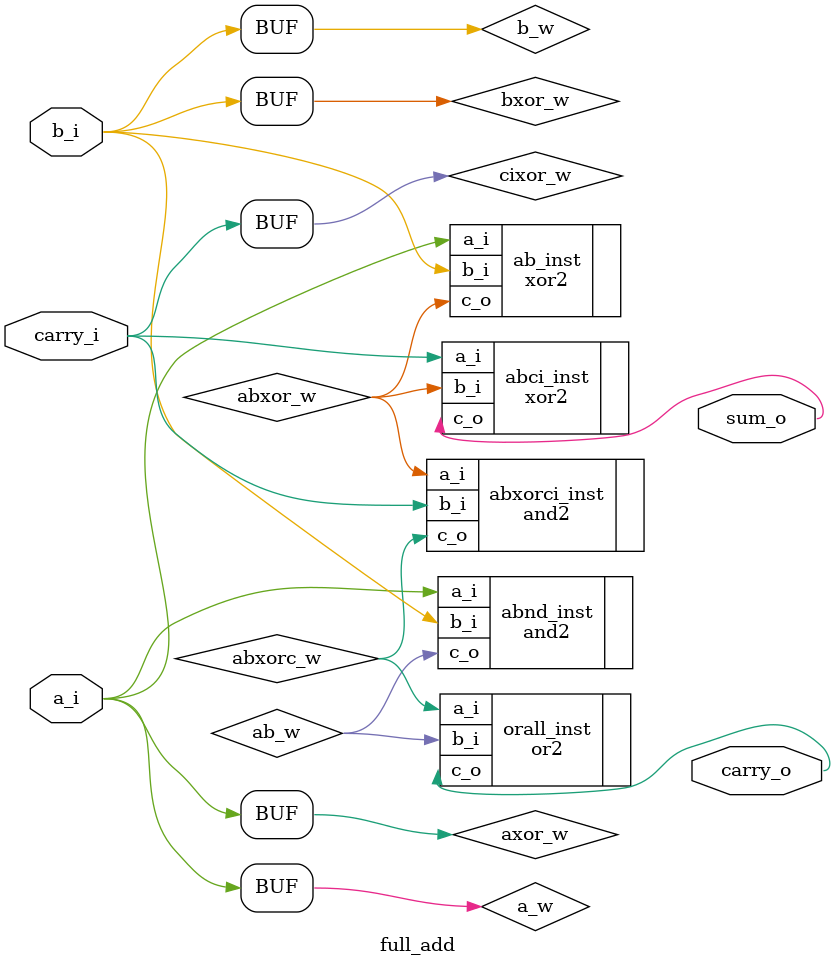
<source format=sv>
module full_add
  (input [0:0] a_i
  ,input [0:0] b_i
  ,input [0:0] carry_i
  ,output [0:0] carry_o
  ,output [0:0] sum_o);

   // Implement a Full Adder Module (full_add). 
   // 
   // *** You may use any previously created module from this lab. ***
   // 
   // You can also use the three following modules provided:
   // 
   // Two-Input And Gate:
   // 
   // module and2
   //   (input [0:0] a_i
   //   ,input [0:0] b_i
   //   ,output [0:0] c_o);
   //
   // 
   // Two-Input Or Gate:
   // 
   // module or2
   //   (input [0:0] a_i
   //   ,input [0:0] b_i
   //   ,output [0:0] c_o);
   //
   // Inverter:
   // 
   // module inv
   // (input [0:0] a_i
   // ,output [0:0] b_o);
   //
   // For more information see the the provided_modules directory.
   // 
   //
   // Using any behavioral verilog operators will yield zero points
   // for code correctness (but not affect your demonstration grade).
   // 
   // You may use assign, instantiate modules, and declare wires.
   //
   // The Truth Table of the eq2 module is as follows:
   // 
   // For simplicity, A = a_i, B = b_i, Ci = carry_i, Co = carry_o, S = sum_o
   //
   // A | B | Ci | S | Co
   // 0 | 0 | 0  | 0 | 0
   // 0 | 0 | 1  | 1 | 0
   // 0 | 1 | 0  | 1 | 0
   // 0 | 1 | 1  | 0 | 1
   // 1 | 0 | 0  | 1 | 0
   // 1 | 0 | 1  | 0 | 1
   // 1 | 1 | 0  | 0 | 1
   // 1 | 1 | 1  | 1 | 1
   // schematic: S = ((A ^ B) ^ Ci) 
   // Co = (A && B) || ((A ^ B) && Ci)
   // Your code here:
   
   wire [0:0] axor_w;
   wire [0:0] bxor_w;
   wire [0:0] abxor_w;
   assign axor_w = a_i;
   assign bxor_w = b_i;
   xor2 ab_inst(
   .a_i(axor_w),
   .b_i(bxor_w),
   .c_o(abxor_w));
   //XOR AB
   
   wire [0:0] cixor_w;
   assign cixor_w = carry_i;
   xor2 abci_inst(
   .a_i(cixor_w),
   .b_i(abxor_w),
   .c_o(sum_o));
   //XOR AB w Ci
   
   wire [0:0] a_w;
   wire [0:0] b_w;
   wire [0:0] ab_w;
   assign a_w = a_i;
   assign b_w = b_i;
   and2 abnd_inst(
   .a_i(a_w),
   .b_i(b_w),
   .c_o(ab_w));
   //AND AB
   
   wire [0:0] abxorc_w;
   and2 abxorci_inst(
   .a_i(abxor_w),
   .b_i(cixor_w),
   .c_o(abxorc_w));
   //AND A^B w Ci
   
   or2 orall_inst(
   .a_i(abxorc_w),
   .b_i(ab_w),
   .c_o(carry_o));
   //OR AB w (A^B w Ci)

endmodule

</source>
